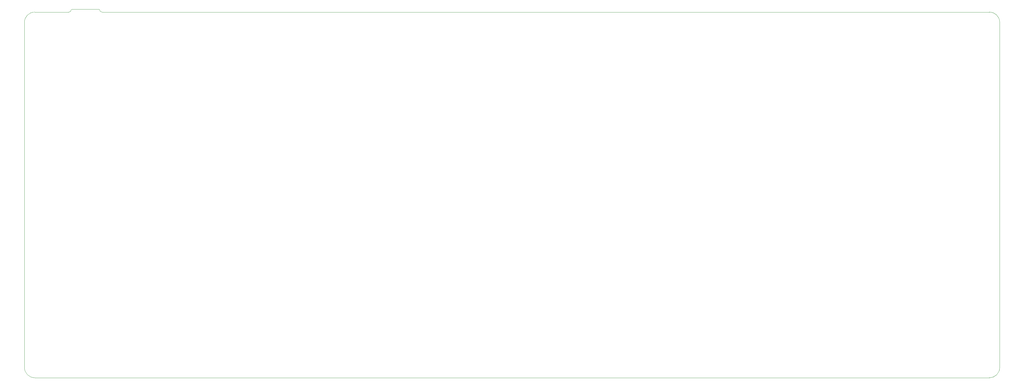
<source format=gbr>
G04 #@! TF.GenerationSoftware,KiCad,Pcbnew,(5.1.4)-1*
G04 #@! TF.CreationDate,2021-03-25T14:40:40-07:00*
G04 #@! TF.ProjectId,lux84,6c757838-342e-46b6-9963-61645f706362,rev?*
G04 #@! TF.SameCoordinates,Original*
G04 #@! TF.FileFunction,Profile,NP*
%FSLAX46Y46*%
G04 Gerber Fmt 4.6, Leading zero omitted, Abs format (unit mm)*
G04 Created by KiCad (PCBNEW (5.1.4)-1) date 2021-03-25 14:40:40*
%MOMM*%
%LPD*%
G04 APERTURE LIST*
%ADD10C,0.050000*%
G04 APERTURE END LIST*
D10*
X84847200Y-86355600D02*
G75*
G02X84999600Y-86508000I0J-152400D01*
G01*
X76160400Y-86508000D02*
G75*
G02X76312800Y-86355600I152400J0D01*
G01*
X76160400Y-86508000D02*
G75*
G02X75398400Y-87270000I-762000J0D01*
G01*
X85761600Y-87270000D02*
G75*
G02X84999600Y-86508000I0J762000D01*
G01*
X84847200Y-86355600D02*
X76312800Y-86355600D01*
X75398400Y-87270000D02*
X64705000Y-87270000D01*
X363155000Y-87270000D02*
G75*
G02X366330000Y-90445000I0J-3175000D01*
G01*
X366330000Y-198395000D02*
G75*
G02X363155000Y-201570000I-3175000J0D01*
G01*
X64705000Y-201570000D02*
G75*
G02X61530000Y-198395000I0J3175000D01*
G01*
X61530000Y-90445000D02*
G75*
G02X64705000Y-87270000I3175000J0D01*
G01*
X366330000Y-198395000D02*
X366330000Y-90445000D01*
X64705000Y-201570000D02*
X363155000Y-201570000D01*
X61530000Y-90445000D02*
X61530000Y-198395000D01*
X363155000Y-87270000D02*
X85761600Y-87270000D01*
M02*

</source>
